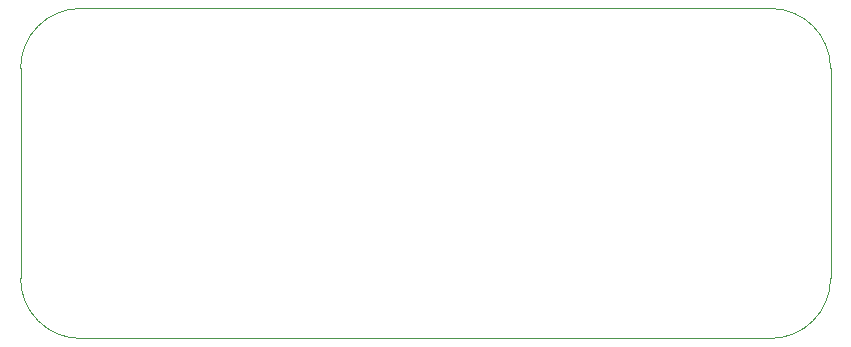
<source format=gbr>
%TF.GenerationSoftware,KiCad,Pcbnew,8.0.8*%
%TF.CreationDate,2025-02-24T20:51:07+00:00*%
%TF.ProjectId,7-segment,372d7365-676d-4656-9e74-2e6b69636164,rev?*%
%TF.SameCoordinates,Original*%
%TF.FileFunction,Profile,NP*%
%FSLAX46Y46*%
G04 Gerber Fmt 4.6, Leading zero omitted, Abs format (unit mm)*
G04 Created by KiCad (PCBNEW 8.0.8) date 2025-02-24 20:51:07*
%MOMM*%
%LPD*%
G01*
G04 APERTURE LIST*
%TA.AperFunction,Profile*%
%ADD10C,0.050000*%
%TD*%
G04 APERTURE END LIST*
D10*
X66040000Y-60960000D02*
X124460000Y-60960000D01*
X60960000Y-38100000D02*
G75*
G02*
X66040000Y-33020000I5080000J0D01*
G01*
X129540000Y-55880000D02*
G75*
G02*
X124460000Y-60960000I-5080000J0D01*
G01*
X66040000Y-33020000D02*
X124460000Y-33020000D01*
X124460000Y-33020000D02*
G75*
G02*
X129540000Y-38100000I0J-5080000D01*
G01*
X66040000Y-60960000D02*
G75*
G02*
X60960000Y-55880000I0J5080000D01*
G01*
X60960000Y-38100000D02*
X60960000Y-55880000D01*
X129540000Y-55880000D02*
X129540000Y-38100000D01*
M02*

</source>
